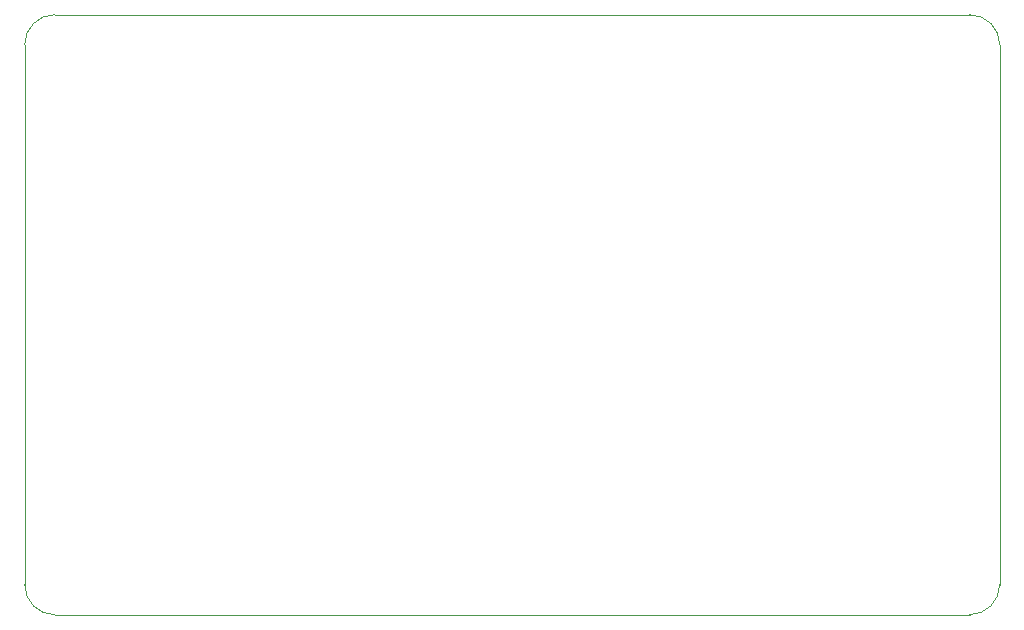
<source format=gbr>
%TF.GenerationSoftware,KiCad,Pcbnew,8.0.3*%
%TF.CreationDate,2024-11-26T12:10:15-08:00*%
%TF.ProjectId,IlluminationControlBoard,496c6c75-6d69-46e6-9174-696f6e436f6e,rev?*%
%TF.SameCoordinates,Original*%
%TF.FileFunction,Profile,NP*%
%FSLAX46Y46*%
G04 Gerber Fmt 4.6, Leading zero omitted, Abs format (unit mm)*
G04 Created by KiCad (PCBNEW 8.0.3) date 2024-11-26 12:10:15*
%MOMM*%
%LPD*%
G01*
G04 APERTURE LIST*
%TA.AperFunction,Profile*%
%ADD10C,0.050000*%
%TD*%
G04 APERTURE END LIST*
D10*
X107950000Y-73660000D02*
X107950000Y-27940000D01*
X25400000Y-27940000D02*
X25400000Y-73660000D01*
X105410000Y-25400000D02*
G75*
G02*
X107950000Y-27940000I0J-2540000D01*
G01*
X27940000Y-76200000D02*
G75*
G02*
X25400000Y-73660000I0J2540000D01*
G01*
X105410000Y-25400000D02*
X27940000Y-25400000D01*
X107950000Y-73660000D02*
G75*
G02*
X105410000Y-76200000I-2540000J0D01*
G01*
X27940000Y-76200000D02*
X105410000Y-76200000D01*
X25400000Y-27940000D02*
G75*
G02*
X27940000Y-25400000I2540000J0D01*
G01*
M02*

</source>
